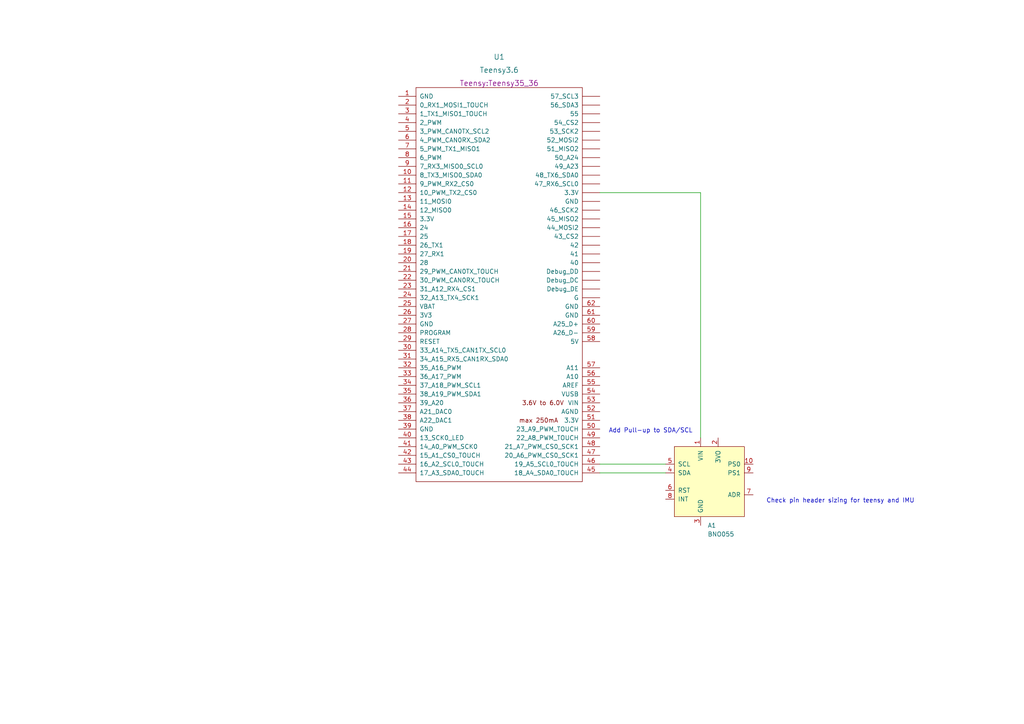
<source format=kicad_sch>
(kicad_sch (version 20211123) (generator eeschema)
  (paper "A4")
  (lib_symbols
    (symbol "SCR:BNO055" (pin_names (offset 1.016))
      (property "Reference" "A" (at -8.89 11.43 0))
      (property "Value" "BNO055" (at 0 0 0))
      (symbol "BNO055_0_1"
        (rectangle (start -10.16 10.16) (end 10.16 -10.16) (fill (type background)))
      )
      (symbol "BNO055_1_1"
        (pin power_in line (at -2.54 12.7 270) (length 2.54) (name "VIN") (number "1"))
        (pin input line (at 12.7 5.08 180) (length 2.54) (name "PS0") (number "10"))
        (pin power_out line (at 2.54 12.7 270) (length 2.54) (name "3VO") (number "2"))
        (pin power_in line (at -2.54 -12.7 90) (length 2.54) (name "GND") (number "3"))
        (pin bidirectional line (at -12.7 2.54 0) (length 2.54) (name "SDA") (number "4"))
        (pin bidirectional line (at -12.7 5.08 0) (length 2.54) (name "SCL") (number "5"))
        (pin input line (at -12.7 -2.54 0) (length 2.54) (name "RST") (number "6"))
        (pin input line (at 12.7 -3.81 180) (length 2.54) (name "ADR") (number "7"))
        (pin output line (at -12.7 -5.08 0) (length 2.54) (name "INT") (number "8"))
        (pin input line (at 12.7 2.54 180) (length 2.54) (name "PS1") (number "9"))
      )
    )
    (symbol "Teensy:Teensy3.6" (pin_names (offset 1.016))
      (property "Reference" "U" (at 0 59.69 0))
      (property "Value" "Teensy3.6" (at 0 -59.69 0))
      (symbol "Teensy3.6_0_0"
        (rectangle (start -24.13 57.15) (end 24.13 -57.15))
        (text "3.6V to 6.0V" (at 12.7 -34.29 0) (effects (font (size 1.27 1.27))))
        (text "max 250mA" (at 11.43 -39.37 0) (effects (font (size 1.27 1.27))))
      )
      (symbol "Teensy3.6_1_1"
        (pin power_in line (at -29.21 54.61 0) (length 5.08) (name "GND") (number "1"))
        (pin bidirectional line (at -29.21 31.75 0) (length 5.08) (name "8_TX3_MISO0_SDA0") (number "10"))
        (pin bidirectional line (at -29.21 29.21 0) (length 5.08) (name "9_PWM_RX2_CS0") (number "11"))
        (pin bidirectional line (at -29.21 26.67 0) (length 5.08) (name "10_PWM_TX2_CS0") (number "12"))
        (pin bidirectional line (at -29.21 24.13 0) (length 5.08) (name "11_MOSI0") (number "13"))
        (pin bidirectional line (at -29.21 21.59 0) (length 5.08) (name "12_MISO0") (number "14"))
        (pin power_in line (at -29.21 19.05 0) (length 5.08) (name "3.3V") (number "15"))
        (pin bidirectional line (at -29.21 16.51 0) (length 5.08) (name "24") (number "16"))
        (pin bidirectional line (at -29.21 13.97 0) (length 5.08) (name "25") (number "17"))
        (pin bidirectional line (at -29.21 11.43 0) (length 5.08) (name "26_TX1") (number "18"))
        (pin bidirectional line (at -29.21 8.89 0) (length 5.08) (name "27_RX1") (number "19"))
        (pin bidirectional line (at -29.21 52.07 0) (length 5.08) (name "0_RX1_MOSI1_TOUCH") (number "2"))
        (pin bidirectional line (at -29.21 6.35 0) (length 5.08) (name "28") (number "20"))
        (pin bidirectional line (at -29.21 3.81 0) (length 5.08) (name "29_PWM_CAN0TX_TOUCH") (number "21"))
        (pin bidirectional line (at -29.21 1.27 0) (length 5.08) (name "30_PWM_CAN0RX_TOUCH") (number "22"))
        (pin bidirectional line (at -29.21 -1.27 0) (length 5.08) (name "31_A12_RX4_CS1") (number "23"))
        (pin bidirectional line (at -29.21 -3.81 0) (length 5.08) (name "32_A13_TX4_SCK1") (number "24"))
        (pin power_in line (at -29.21 -6.35 0) (length 5.08) (name "VBAT") (number "25"))
        (pin power_in line (at -29.21 -8.89 0) (length 5.08) (name "3V3") (number "26"))
        (pin power_in line (at -29.21 -11.43 0) (length 5.08) (name "GND") (number "27"))
        (pin input line (at -29.21 -13.97 0) (length 5.08) (name "PROGRAM") (number "28"))
        (pin input line (at -29.21 -16.51 0) (length 5.08) (name "RESET") (number "29"))
        (pin bidirectional line (at -29.21 49.53 0) (length 5.08) (name "1_TX1_MISO1_TOUCH") (number "3"))
        (pin bidirectional line (at -29.21 -19.05 0) (length 5.08) (name "33_A14_TX5_CAN1TX_SCL0") (number "30"))
        (pin bidirectional line (at -29.21 -21.59 0) (length 5.08) (name "34_A15_RX5_CAN1RX_SDA0") (number "31"))
        (pin bidirectional line (at -29.21 -24.13 0) (length 5.08) (name "35_A16_PWM") (number "32"))
        (pin bidirectional line (at -29.21 -26.67 0) (length 5.08) (name "36_A17_PWM") (number "33"))
        (pin bidirectional line (at -29.21 -29.21 0) (length 5.08) (name "37_A18_PWM_SCL1") (number "34"))
        (pin bidirectional line (at -29.21 -31.75 0) (length 5.08) (name "38_A19_PWM_SDA1") (number "35"))
        (pin bidirectional line (at -29.21 -34.29 0) (length 5.08) (name "39_A20") (number "36"))
        (pin bidirectional line (at -29.21 -36.83 0) (length 5.08) (name "A21_DAC0") (number "37"))
        (pin bidirectional line (at -29.21 -39.37 0) (length 5.08) (name "A22_DAC1") (number "38"))
        (pin power_in line (at -29.21 -41.91 0) (length 5.08) (name "GND") (number "39"))
        (pin bidirectional line (at -29.21 46.99 0) (length 5.08) (name "2_PWM") (number "4"))
        (pin bidirectional line (at -29.21 -44.45 0) (length 5.08) (name "13_SCK0_LED") (number "40"))
        (pin bidirectional line (at -29.21 -46.99 0) (length 5.08) (name "14_A0_PWM_SCK0") (number "41"))
        (pin bidirectional line (at -29.21 -49.53 0) (length 5.08) (name "15_A1_CS0_TOUCH") (number "42"))
        (pin bidirectional line (at -29.21 -52.07 0) (length 5.08) (name "16_A2_SCL0_TOUCH") (number "43"))
        (pin bidirectional line (at -29.21 -54.61 0) (length 5.08) (name "17_A3_SDA0_TOUCH") (number "44"))
        (pin bidirectional line (at 29.21 -54.61 180) (length 5.08) (name "18_A4_SDA0_TOUCH") (number "45"))
        (pin bidirectional line (at 29.21 -52.07 180) (length 5.08) (name "19_A5_SCL0_TOUCH") (number "46"))
        (pin bidirectional line (at 29.21 -49.53 180) (length 5.08) (name "20_A6_PWM_CS0_SCK1") (number "47"))
        (pin bidirectional line (at 29.21 -46.99 180) (length 5.08) (name "21_A7_PWM_CS0_SCK1") (number "48"))
        (pin bidirectional line (at 29.21 -44.45 180) (length 5.08) (name "22_A8_PWM_TOUCH") (number "49"))
        (pin bidirectional line (at -29.21 44.45 0) (length 5.08) (name "3_PWM_CAN0TX_SCL2") (number "5"))
        (pin bidirectional line (at 29.21 -41.91 180) (length 5.08) (name "23_A9_PWM_TOUCH") (number "50"))
        (pin power_out line (at 29.21 -39.37 180) (length 5.08) (name "3.3V") (number "51"))
        (pin power_out line (at 29.21 -36.83 180) (length 5.08) (name "AGND") (number "52"))
        (pin power_in line (at 29.21 -34.29 180) (length 5.08) (name "VIN") (number "53"))
        (pin power_in line (at 29.21 -31.75 180) (length 5.08) (name "VUSB") (number "54"))
        (pin input line (at 29.21 -29.21 180) (length 5.08) (name "AREF") (number "55"))
        (pin bidirectional line (at 29.21 -26.67 180) (length 5.08) (name "A10") (number "56"))
        (pin bidirectional line (at 29.21 -24.13 180) (length 5.08) (name "A11") (number "57"))
        (pin power_in line (at 29.21 -16.51 180) (length 5.08) (name "5V") (number "58"))
        (pin bidirectional line (at 29.21 -13.97 180) (length 5.08) (name "A26_D-") (number "59"))
        (pin bidirectional line (at -29.21 41.91 0) (length 5.08) (name "4_PWM_CAN0RX_SDA2") (number "6"))
        (pin bidirectional line (at 29.21 -11.43 180) (length 5.08) (name "A25_D+") (number "60"))
        (pin power_in line (at 29.21 -8.89 180) (length 5.08) (name "GND") (number "61"))
        (pin power_in line (at 29.21 -6.35 180) (length 5.08) (name "GND") (number "62"))
        (pin bidirectional line (at -29.21 39.37 0) (length 5.08) (name "5_PWM_TX1_MISO1") (number "7"))
        (pin bidirectional line (at -29.21 36.83 0) (length 5.08) (name "6_PWM") (number "8"))
        (pin bidirectional line (at -29.21 34.29 0) (length 5.08) (name "7_RX3_MISO0_SCL0") (number "9"))
        (pin power_in line (at 29.21 26.67 180) (length 5.08) (name "3.3V") (number "~"))
        (pin bidirectional line (at 29.21 6.35 180) (length 5.08) (name "40") (number "~"))
        (pin bidirectional line (at 29.21 8.89 180) (length 5.08) (name "41") (number "~"))
        (pin bidirectional line (at 29.21 11.43 180) (length 5.08) (name "42") (number "~"))
        (pin bidirectional line (at 29.21 13.97 180) (length 5.08) (name "43_CS2") (number "~"))
        (pin bidirectional line (at 29.21 16.51 180) (length 5.08) (name "44_MOSI2") (number "~"))
        (pin bidirectional line (at 29.21 19.05 180) (length 5.08) (name "45_MISO2") (number "~"))
        (pin bidirectional line (at 29.21 21.59 180) (length 5.08) (name "46_SCK2") (number "~"))
        (pin bidirectional line (at 29.21 29.21 180) (length 5.08) (name "47_RX6_SCL0") (number "~"))
        (pin bidirectional line (at 29.21 31.75 180) (length 5.08) (name "48_TX6_SDA0") (number "~"))
        (pin bidirectional line (at 29.21 34.29 180) (length 5.08) (name "49_A23") (number "~"))
        (pin bidirectional line (at 29.21 36.83 180) (length 5.08) (name "50_A24") (number "~"))
        (pin bidirectional line (at 29.21 39.37 180) (length 5.08) (name "51_MISO2") (number "~"))
        (pin bidirectional line (at 29.21 41.91 180) (length 5.08) (name "52_MOSI2") (number "~"))
        (pin bidirectional line (at 29.21 44.45 180) (length 5.08) (name "53_SCK2") (number "~"))
        (pin bidirectional line (at 29.21 46.99 180) (length 5.08) (name "54_CS2") (number "~"))
        (pin bidirectional line (at 29.21 49.53 180) (length 5.08) (name "55") (number "~"))
        (pin bidirectional line (at 29.21 52.07 180) (length 5.08) (name "56_SDA3") (number "~"))
        (pin bidirectional line (at 29.21 54.61 180) (length 5.08) (name "57_SCL3") (number "~"))
        (pin input line (at 29.21 1.27 180) (length 5.08) (name "Debug_DC") (number "~"))
        (pin input line (at 29.21 3.81 180) (length 5.08) (name "Debug_DD") (number "~"))
        (pin input line (at 29.21 -1.27 180) (length 5.08) (name "Debug_DE") (number "~"))
        (pin power_in line (at 29.21 -3.81 180) (length 5.08) (name "G") (number "~"))
        (pin power_in line (at 29.21 24.13 180) (length 5.08) (name "GND") (number "~"))
      )
    )
  )
  (wire (pts (xy 173.99 134.62) (xy 193.04 134.62)))
  (wire (pts (xy 173.99 137.16) (xy 193.04 137.16)))
  (wire (pts (xy 203.2 55.88) (xy 173.99 55.88)))
  (wire (pts (xy 203.2 127) (xy 203.2 55.88)))
  (text "Add Pull-up to SDA/SCL" (at 176.53 125.73 0) (effects (font (size 1.27 1.27)) (justify left bottom)))
  (text "Check pin header sizing for teensy and IMU" (at 222.25 146.05 0) (effects (font (size 1.27 1.27)) (justify left bottom)))
  (symbol (lib_id "SCR:BNO055") (at 205.74 139.7 0) (unit 1)
    (property "Reference" "A1" (at 205.2194 152.4 0) (effects (justify left)))
    (property "Value" "BNO055" (at 205.2194 154.94 0) (effects (justify left)))
    (property "Footprint" "SCR:BNO055" (effects hide))
  )
  (symbol (lib_id "Teensy:Teensy3.6") (at 144.78 82.55 0) (unit 1)
    (property "Reference" "U1" (at 144.78 16.51 0) (effects (font (size 1.524 1.524))))
    (property "Value" "Teensy3.6" (at 144.78 20.32 0) (effects (font (size 1.524 1.524))))
    (property "Footprint" "Teensy:Teensy35_36" (at 144.78 24.13 0) (effects (font (size 1.524 1.524))))
  )
)
</source>
